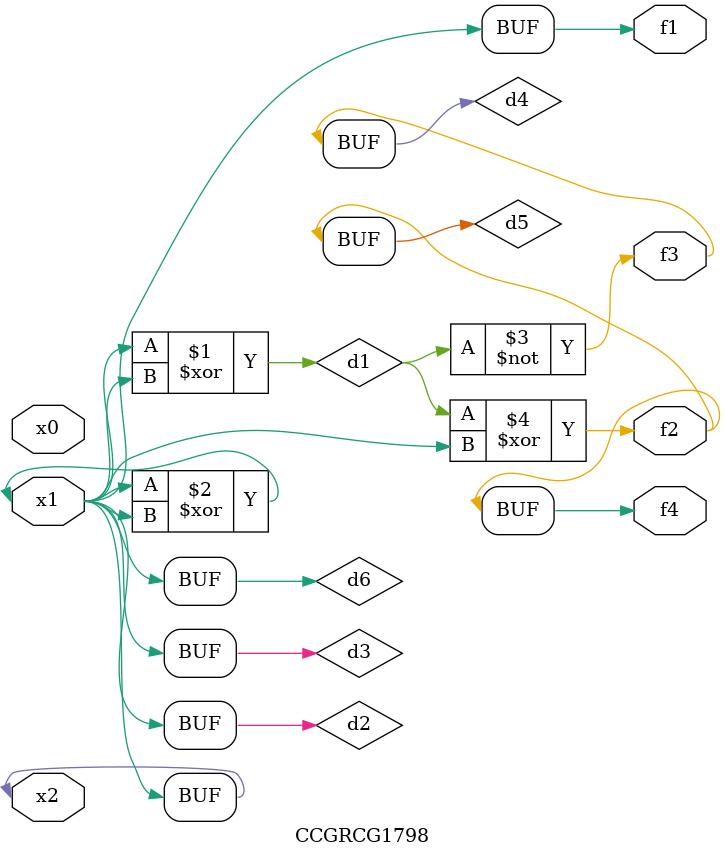
<source format=v>
module CCGRCG1798(
	input x0, x1, x2,
	output f1, f2, f3, f4
);

	wire d1, d2, d3, d4, d5, d6;

	xor (d1, x1, x2);
	buf (d2, x1, x2);
	xor (d3, x1, x2);
	nor (d4, d1);
	xor (d5, d1, d2);
	buf (d6, d2, d3);
	assign f1 = d6;
	assign f2 = d5;
	assign f3 = d4;
	assign f4 = d5;
endmodule

</source>
